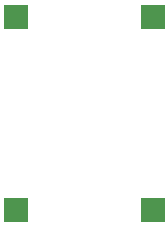
<source format=gbr>
G04 #@! TF.GenerationSoftware,KiCad,Pcbnew,5.1.5*
G04 #@! TF.CreationDate,2020-01-04T22:35:37-05:00*
G04 #@! TF.ProjectId,canairio_hw_pms,63616e61-6972-4696-9f5f-68775f706d73,rev?*
G04 #@! TF.SameCoordinates,PX4c1a6c0PY7ce98a0*
G04 #@! TF.FileFunction,Paste,Top*
G04 #@! TF.FilePolarity,Positive*
%FSLAX46Y46*%
G04 Gerber Fmt 4.6, Leading zero omitted, Abs format (unit mm)*
G04 Created by KiCad (PCBNEW 5.1.5) date 2020-01-04 22:35:37*
%MOMM*%
%LPD*%
G04 APERTURE LIST*
%ADD10R,2.000000X2.000000*%
G04 APERTURE END LIST*
D10*
X11627300Y31114000D03*
X23227300Y31114000D03*
X23227300Y47414000D03*
X11627300Y47414000D03*
M02*

</source>
